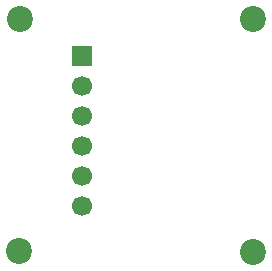
<source format=gbr>
%TF.GenerationSoftware,KiCad,Pcbnew,9.0.5*%
%TF.CreationDate,2025-12-22T22:05:16-05:00*%
%TF.ProjectId,as5047p-atsm_breakout,61733530-3437-4702-9d61-74736d5f6272,rev?*%
%TF.SameCoordinates,Original*%
%TF.FileFunction,Soldermask,Bot*%
%TF.FilePolarity,Negative*%
%FSLAX46Y46*%
G04 Gerber Fmt 4.6, Leading zero omitted, Abs format (unit mm)*
G04 Created by KiCad (PCBNEW 9.0.5) date 2025-12-22 22:05:16*
%MOMM*%
%LPD*%
G01*
G04 APERTURE LIST*
%ADD10C,2.200000*%
%ADD11R,1.700000X1.700000*%
%ADD12C,1.700000*%
G04 APERTURE END LIST*
D10*
%TO.C,H3*%
X132726625Y-74786846D03*
%TD*%
%TO.C,H1*%
X152494313Y-74797660D03*
%TD*%
%TO.C,H4*%
X152453527Y-94473245D03*
%TD*%
D11*
%TO.C,J1*%
X138000000Y-77960000D03*
D12*
X138000000Y-80500000D03*
X138000000Y-83040000D03*
X138000000Y-85580000D03*
X138000000Y-88120000D03*
X138000000Y-90660000D03*
%TD*%
D10*
%TO.C,H2*%
X132718281Y-94462431D03*
%TD*%
M02*

</source>
